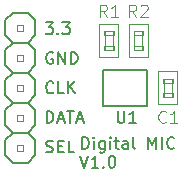
<source format=gto>
G04 #@! TF.FileFunction,Legend,Top*
%FSLAX46Y46*%
G04 Gerber Fmt 4.6, Leading zero omitted, Abs format (unit mm)*
G04 Created by KiCad (PCBNEW 4.0.1-stable) date 2017/04/29 17:49:22*
%MOMM*%
G01*
G04 APERTURE LIST*
%ADD10C,0.050000*%
%ADD11C,0.200000*%
%ADD12C,0.066040*%
%ADD13C,0.101600*%
%ADD14C,0.152400*%
%ADD15C,0.150000*%
%ADD16C,0.076200*%
G04 APERTURE END LIST*
D10*
D11*
X144190476Y-112904762D02*
X144333333Y-112952381D01*
X144571429Y-112952381D01*
X144666667Y-112904762D01*
X144714286Y-112857143D01*
X144761905Y-112761905D01*
X144761905Y-112666667D01*
X144714286Y-112571429D01*
X144666667Y-112523810D01*
X144571429Y-112476190D01*
X144380952Y-112428571D01*
X144285714Y-112380952D01*
X144238095Y-112333333D01*
X144190476Y-112238095D01*
X144190476Y-112142857D01*
X144238095Y-112047619D01*
X144285714Y-112000000D01*
X144380952Y-111952381D01*
X144619048Y-111952381D01*
X144761905Y-112000000D01*
X145190476Y-112428571D02*
X145523810Y-112428571D01*
X145666667Y-112952381D02*
X145190476Y-112952381D01*
X145190476Y-111952381D01*
X145666667Y-111952381D01*
X146571429Y-112952381D02*
X146095238Y-112952381D01*
X146095238Y-111952381D01*
X144238095Y-110452381D02*
X144238095Y-109452381D01*
X144476190Y-109452381D01*
X144619048Y-109500000D01*
X144714286Y-109595238D01*
X144761905Y-109690476D01*
X144809524Y-109880952D01*
X144809524Y-110023810D01*
X144761905Y-110214286D01*
X144714286Y-110309524D01*
X144619048Y-110404762D01*
X144476190Y-110452381D01*
X144238095Y-110452381D01*
X145190476Y-110166667D02*
X145666667Y-110166667D01*
X145095238Y-110452381D02*
X145428571Y-109452381D01*
X145761905Y-110452381D01*
X145952381Y-109452381D02*
X146523810Y-109452381D01*
X146238095Y-110452381D02*
X146238095Y-109452381D01*
X146809524Y-110166667D02*
X147285715Y-110166667D01*
X146714286Y-110452381D02*
X147047619Y-109452381D01*
X147380953Y-110452381D01*
X144809524Y-107857143D02*
X144761905Y-107904762D01*
X144619048Y-107952381D01*
X144523810Y-107952381D01*
X144380952Y-107904762D01*
X144285714Y-107809524D01*
X144238095Y-107714286D01*
X144190476Y-107523810D01*
X144190476Y-107380952D01*
X144238095Y-107190476D01*
X144285714Y-107095238D01*
X144380952Y-107000000D01*
X144523810Y-106952381D01*
X144619048Y-106952381D01*
X144761905Y-107000000D01*
X144809524Y-107047619D01*
X145714286Y-107952381D02*
X145238095Y-107952381D01*
X145238095Y-106952381D01*
X146047619Y-107952381D02*
X146047619Y-106952381D01*
X146619048Y-107952381D02*
X146190476Y-107380952D01*
X146619048Y-106952381D02*
X146047619Y-107523810D01*
X144761905Y-104500000D02*
X144666667Y-104452381D01*
X144523810Y-104452381D01*
X144380952Y-104500000D01*
X144285714Y-104595238D01*
X144238095Y-104690476D01*
X144190476Y-104880952D01*
X144190476Y-105023810D01*
X144238095Y-105214286D01*
X144285714Y-105309524D01*
X144380952Y-105404762D01*
X144523810Y-105452381D01*
X144619048Y-105452381D01*
X144761905Y-105404762D01*
X144809524Y-105357143D01*
X144809524Y-105023810D01*
X144619048Y-105023810D01*
X145238095Y-105452381D02*
X145238095Y-104452381D01*
X145809524Y-105452381D01*
X145809524Y-104452381D01*
X146285714Y-105452381D02*
X146285714Y-104452381D01*
X146523809Y-104452381D01*
X146666667Y-104500000D01*
X146761905Y-104595238D01*
X146809524Y-104690476D01*
X146857143Y-104880952D01*
X146857143Y-105023810D01*
X146809524Y-105214286D01*
X146761905Y-105309524D01*
X146666667Y-105404762D01*
X146523809Y-105452381D01*
X146285714Y-105452381D01*
X144142857Y-101952381D02*
X144761905Y-101952381D01*
X144428571Y-102333333D01*
X144571429Y-102333333D01*
X144666667Y-102380952D01*
X144714286Y-102428571D01*
X144761905Y-102523810D01*
X144761905Y-102761905D01*
X144714286Y-102857143D01*
X144666667Y-102904762D01*
X144571429Y-102952381D01*
X144285714Y-102952381D01*
X144190476Y-102904762D01*
X144142857Y-102857143D01*
X145190476Y-102857143D02*
X145238095Y-102904762D01*
X145190476Y-102952381D01*
X145142857Y-102904762D01*
X145190476Y-102857143D01*
X145190476Y-102952381D01*
X145571428Y-101952381D02*
X146190476Y-101952381D01*
X145857142Y-102333333D01*
X146000000Y-102333333D01*
X146095238Y-102380952D01*
X146142857Y-102428571D01*
X146190476Y-102523810D01*
X146190476Y-102761905D01*
X146142857Y-102857143D01*
X146095238Y-102904762D01*
X146000000Y-102952381D01*
X145714285Y-102952381D01*
X145619047Y-102904762D01*
X145571428Y-102857143D01*
X147238095Y-112652381D02*
X147238095Y-111652381D01*
X147476190Y-111652381D01*
X147619048Y-111700000D01*
X147714286Y-111795238D01*
X147761905Y-111890476D01*
X147809524Y-112080952D01*
X147809524Y-112223810D01*
X147761905Y-112414286D01*
X147714286Y-112509524D01*
X147619048Y-112604762D01*
X147476190Y-112652381D01*
X147238095Y-112652381D01*
X148238095Y-112652381D02*
X148238095Y-111985714D01*
X148238095Y-111652381D02*
X148190476Y-111700000D01*
X148238095Y-111747619D01*
X148285714Y-111700000D01*
X148238095Y-111652381D01*
X148238095Y-111747619D01*
X149142857Y-111985714D02*
X149142857Y-112795238D01*
X149095238Y-112890476D01*
X149047619Y-112938095D01*
X148952380Y-112985714D01*
X148809523Y-112985714D01*
X148714285Y-112938095D01*
X149142857Y-112604762D02*
X149047619Y-112652381D01*
X148857142Y-112652381D01*
X148761904Y-112604762D01*
X148714285Y-112557143D01*
X148666666Y-112461905D01*
X148666666Y-112176190D01*
X148714285Y-112080952D01*
X148761904Y-112033333D01*
X148857142Y-111985714D01*
X149047619Y-111985714D01*
X149142857Y-112033333D01*
X149619047Y-112652381D02*
X149619047Y-111985714D01*
X149619047Y-111652381D02*
X149571428Y-111700000D01*
X149619047Y-111747619D01*
X149666666Y-111700000D01*
X149619047Y-111652381D01*
X149619047Y-111747619D01*
X149952380Y-111985714D02*
X150333332Y-111985714D01*
X150095237Y-111652381D02*
X150095237Y-112509524D01*
X150142856Y-112604762D01*
X150238094Y-112652381D01*
X150333332Y-112652381D01*
X151095238Y-112652381D02*
X151095238Y-112128571D01*
X151047619Y-112033333D01*
X150952381Y-111985714D01*
X150761904Y-111985714D01*
X150666666Y-112033333D01*
X151095238Y-112604762D02*
X151000000Y-112652381D01*
X150761904Y-112652381D01*
X150666666Y-112604762D01*
X150619047Y-112509524D01*
X150619047Y-112414286D01*
X150666666Y-112319048D01*
X150761904Y-112271429D01*
X151000000Y-112271429D01*
X151095238Y-112223810D01*
X151714285Y-112652381D02*
X151619047Y-112604762D01*
X151571428Y-112509524D01*
X151571428Y-111652381D01*
X152857143Y-112652381D02*
X152857143Y-111652381D01*
X153190477Y-112366667D01*
X153523810Y-111652381D01*
X153523810Y-112652381D01*
X154000000Y-112652381D02*
X154000000Y-111652381D01*
X155047619Y-112557143D02*
X155000000Y-112604762D01*
X154857143Y-112652381D01*
X154761905Y-112652381D01*
X154619047Y-112604762D01*
X154523809Y-112509524D01*
X154476190Y-112414286D01*
X154428571Y-112223810D01*
X154428571Y-112080952D01*
X154476190Y-111890476D01*
X154523809Y-111795238D01*
X154619047Y-111700000D01*
X154761905Y-111652381D01*
X154857143Y-111652381D01*
X155000000Y-111700000D01*
X155047619Y-111747619D01*
X147095238Y-113252381D02*
X147428571Y-114252381D01*
X147761905Y-113252381D01*
X148619048Y-114252381D02*
X148047619Y-114252381D01*
X148333333Y-114252381D02*
X148333333Y-113252381D01*
X148238095Y-113395238D01*
X148142857Y-113490476D01*
X148047619Y-113538095D01*
X149047619Y-114157143D02*
X149095238Y-114204762D01*
X149047619Y-114252381D01*
X149000000Y-114204762D01*
X149047619Y-114157143D01*
X149047619Y-114252381D01*
X149714285Y-113252381D02*
X149809524Y-113252381D01*
X149904762Y-113300000D01*
X149952381Y-113347619D01*
X150000000Y-113442857D01*
X150047619Y-113633333D01*
X150047619Y-113871429D01*
X150000000Y-114061905D01*
X149952381Y-114157143D01*
X149904762Y-114204762D01*
X149809524Y-114252381D01*
X149714285Y-114252381D01*
X149619047Y-114204762D01*
X149571428Y-114157143D01*
X149523809Y-114061905D01*
X149476190Y-113871429D01*
X149476190Y-113633333D01*
X149523809Y-113442857D01*
X149571428Y-113347619D01*
X149619047Y-113300000D01*
X149714285Y-113252381D01*
D12*
X154898780Y-108297560D02*
X154898780Y-107949580D01*
X154898780Y-107949580D02*
X154101220Y-107949580D01*
X154101220Y-108297560D02*
X154101220Y-107949580D01*
X154898780Y-108297560D02*
X154101220Y-108297560D01*
X154898780Y-107050420D02*
X154898780Y-106702440D01*
X154898780Y-106702440D02*
X154101220Y-106702440D01*
X154101220Y-107050420D02*
X154101220Y-106702440D01*
X154898780Y-107050420D02*
X154101220Y-107050420D01*
X155297560Y-108899540D02*
X155297560Y-106100460D01*
X155297560Y-106100460D02*
X153702440Y-106100460D01*
X153702440Y-108899540D02*
X153702440Y-106100460D01*
X155297560Y-108899540D02*
X153702440Y-108899540D01*
D13*
X154152020Y-108223900D02*
X154152020Y-106776100D01*
X154847980Y-106776100D02*
X154847980Y-108223900D01*
D12*
X141746000Y-109786000D02*
X141746000Y-110294000D01*
X141746000Y-110294000D02*
X142254000Y-110294000D01*
X142254000Y-109786000D02*
X142254000Y-110294000D01*
X141746000Y-109786000D02*
X142254000Y-109786000D01*
X141746000Y-107246000D02*
X141746000Y-107754000D01*
X141746000Y-107754000D02*
X142254000Y-107754000D01*
X142254000Y-107246000D02*
X142254000Y-107754000D01*
X141746000Y-107246000D02*
X142254000Y-107246000D01*
X141746000Y-104706000D02*
X141746000Y-105214000D01*
X141746000Y-105214000D02*
X142254000Y-105214000D01*
X142254000Y-104706000D02*
X142254000Y-105214000D01*
X141746000Y-104706000D02*
X142254000Y-104706000D01*
X141746000Y-102166000D02*
X141746000Y-102674000D01*
X141746000Y-102674000D02*
X142254000Y-102674000D01*
X142254000Y-102166000D02*
X142254000Y-102674000D01*
X141746000Y-102166000D02*
X142254000Y-102166000D01*
X141746000Y-112326000D02*
X141746000Y-112834000D01*
X141746000Y-112834000D02*
X142254000Y-112834000D01*
X142254000Y-112326000D02*
X142254000Y-112834000D01*
X141746000Y-112326000D02*
X142254000Y-112326000D01*
D14*
X143270000Y-109405000D02*
X143270000Y-110675000D01*
X143270000Y-110675000D02*
X142635000Y-111310000D01*
X142635000Y-111310000D02*
X141365000Y-111310000D01*
X141365000Y-111310000D02*
X140730000Y-110675000D01*
X142635000Y-106230000D02*
X143270000Y-106865000D01*
X143270000Y-106865000D02*
X143270000Y-108135000D01*
X143270000Y-108135000D02*
X142635000Y-108770000D01*
X142635000Y-108770000D02*
X141365000Y-108770000D01*
X141365000Y-108770000D02*
X140730000Y-108135000D01*
X140730000Y-108135000D02*
X140730000Y-106865000D01*
X140730000Y-106865000D02*
X141365000Y-106230000D01*
X143270000Y-109405000D02*
X142635000Y-108770000D01*
X141365000Y-108770000D02*
X140730000Y-109405000D01*
X140730000Y-110675000D02*
X140730000Y-109405000D01*
X143270000Y-101785000D02*
X143270000Y-103055000D01*
X143270000Y-103055000D02*
X142635000Y-103690000D01*
X142635000Y-103690000D02*
X141365000Y-103690000D01*
X141365000Y-103690000D02*
X140730000Y-103055000D01*
X142635000Y-103690000D02*
X143270000Y-104325000D01*
X143270000Y-104325000D02*
X143270000Y-105595000D01*
X143270000Y-105595000D02*
X142635000Y-106230000D01*
X142635000Y-106230000D02*
X141365000Y-106230000D01*
X141365000Y-106230000D02*
X140730000Y-105595000D01*
X140730000Y-105595000D02*
X140730000Y-104325000D01*
X140730000Y-104325000D02*
X141365000Y-103690000D01*
X142635000Y-101150000D02*
X141365000Y-101150000D01*
X143270000Y-101785000D02*
X142635000Y-101150000D01*
X141365000Y-101150000D02*
X140730000Y-101785000D01*
X140730000Y-103055000D02*
X140730000Y-101785000D01*
X143270000Y-111945000D02*
X143270000Y-113215000D01*
X143270000Y-113215000D02*
X142635000Y-113850000D01*
X142635000Y-113850000D02*
X141365000Y-113850000D01*
X141365000Y-113850000D02*
X140730000Y-113215000D01*
X143270000Y-111945000D02*
X142635000Y-111310000D01*
X141365000Y-111310000D02*
X140730000Y-111945000D01*
X140730000Y-113215000D02*
X140730000Y-111945000D01*
D12*
X149898780Y-104297560D02*
X149898780Y-103949580D01*
X149898780Y-103949580D02*
X149101220Y-103949580D01*
X149101220Y-104297560D02*
X149101220Y-103949580D01*
X149898780Y-104297560D02*
X149101220Y-104297560D01*
X149898780Y-103050420D02*
X149898780Y-102702440D01*
X149898780Y-102702440D02*
X149101220Y-102702440D01*
X149101220Y-103050420D02*
X149101220Y-102702440D01*
X149898780Y-103050420D02*
X149101220Y-103050420D01*
X150297560Y-104899540D02*
X150297560Y-102100460D01*
X150297560Y-102100460D02*
X148702440Y-102100460D01*
X148702440Y-104899540D02*
X148702440Y-102100460D01*
X150297560Y-104899540D02*
X148702440Y-104899540D01*
D13*
X149152020Y-104223900D02*
X149152020Y-102776100D01*
X149847980Y-102776100D02*
X149847980Y-104223900D01*
D12*
X151601220Y-102702440D02*
X151601220Y-103050420D01*
X151601220Y-103050420D02*
X152398780Y-103050420D01*
X152398780Y-102702440D02*
X152398780Y-103050420D01*
X151601220Y-102702440D02*
X152398780Y-102702440D01*
X151601220Y-103949580D02*
X151601220Y-104297560D01*
X151601220Y-104297560D02*
X152398780Y-104297560D01*
X152398780Y-103949580D02*
X152398780Y-104297560D01*
X151601220Y-103949580D02*
X152398780Y-103949580D01*
X151202440Y-102100460D02*
X151202440Y-104899540D01*
X151202440Y-104899540D02*
X152797560Y-104899540D01*
X152797560Y-102100460D02*
X152797560Y-104899540D01*
X151202440Y-102100460D02*
X152797560Y-102100460D01*
D13*
X152347980Y-102776100D02*
X152347980Y-104223900D01*
X151652020Y-104223900D02*
X151652020Y-102776100D01*
D15*
X152750000Y-106000000D02*
X152750000Y-109000000D01*
X152750000Y-109000000D02*
X149000000Y-109000000D01*
X149000000Y-109000000D02*
X149000000Y-106000000D01*
X149000000Y-106000000D02*
X152750000Y-106000000D01*
D16*
X154330667Y-110362857D02*
X154282286Y-110411238D01*
X154137143Y-110459619D01*
X154040381Y-110459619D01*
X153895239Y-110411238D01*
X153798477Y-110314476D01*
X153750096Y-110217714D01*
X153701715Y-110024190D01*
X153701715Y-109879048D01*
X153750096Y-109685524D01*
X153798477Y-109588762D01*
X153895239Y-109492000D01*
X154040381Y-109443619D01*
X154137143Y-109443619D01*
X154282286Y-109492000D01*
X154330667Y-109540381D01*
X155298286Y-110459619D02*
X154717715Y-110459619D01*
X155008001Y-110459619D02*
X155008001Y-109443619D01*
X154911239Y-109588762D01*
X154814477Y-109685524D01*
X154717715Y-109733905D01*
X149330667Y-101459619D02*
X148992001Y-100975810D01*
X148750096Y-101459619D02*
X148750096Y-100443619D01*
X149137143Y-100443619D01*
X149233905Y-100492000D01*
X149282286Y-100540381D01*
X149330667Y-100637143D01*
X149330667Y-100782286D01*
X149282286Y-100879048D01*
X149233905Y-100927429D01*
X149137143Y-100975810D01*
X148750096Y-100975810D01*
X150298286Y-101459619D02*
X149717715Y-101459619D01*
X150008001Y-101459619D02*
X150008001Y-100443619D01*
X149911239Y-100588762D01*
X149814477Y-100685524D01*
X149717715Y-100733905D01*
X151830667Y-101459619D02*
X151492001Y-100975810D01*
X151250096Y-101459619D02*
X151250096Y-100443619D01*
X151637143Y-100443619D01*
X151733905Y-100492000D01*
X151782286Y-100540381D01*
X151830667Y-100637143D01*
X151830667Y-100782286D01*
X151782286Y-100879048D01*
X151733905Y-100927429D01*
X151637143Y-100975810D01*
X151250096Y-100975810D01*
X152217715Y-100540381D02*
X152266096Y-100492000D01*
X152362858Y-100443619D01*
X152604762Y-100443619D01*
X152701524Y-100492000D01*
X152749905Y-100540381D01*
X152798286Y-100637143D01*
X152798286Y-100733905D01*
X152749905Y-100879048D01*
X152169334Y-101459619D01*
X152798286Y-101459619D01*
D15*
X150238095Y-109452381D02*
X150238095Y-110261905D01*
X150285714Y-110357143D01*
X150333333Y-110404762D01*
X150428571Y-110452381D01*
X150619048Y-110452381D01*
X150714286Y-110404762D01*
X150761905Y-110357143D01*
X150809524Y-110261905D01*
X150809524Y-109452381D01*
X151809524Y-110452381D02*
X151238095Y-110452381D01*
X151523809Y-110452381D02*
X151523809Y-109452381D01*
X151428571Y-109595238D01*
X151333333Y-109690476D01*
X151238095Y-109738095D01*
M02*

</source>
